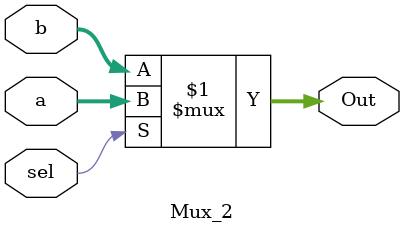
<source format=v>
module Mux_2 #(parameter input_size=16) (sel,a,b,Out);
	input sel;
	input [input_size-1:0] a,b;
	output [input_size-1:0] Out;
	
	assign Out = sel ? a :b;
	
	
endmodule

</source>
